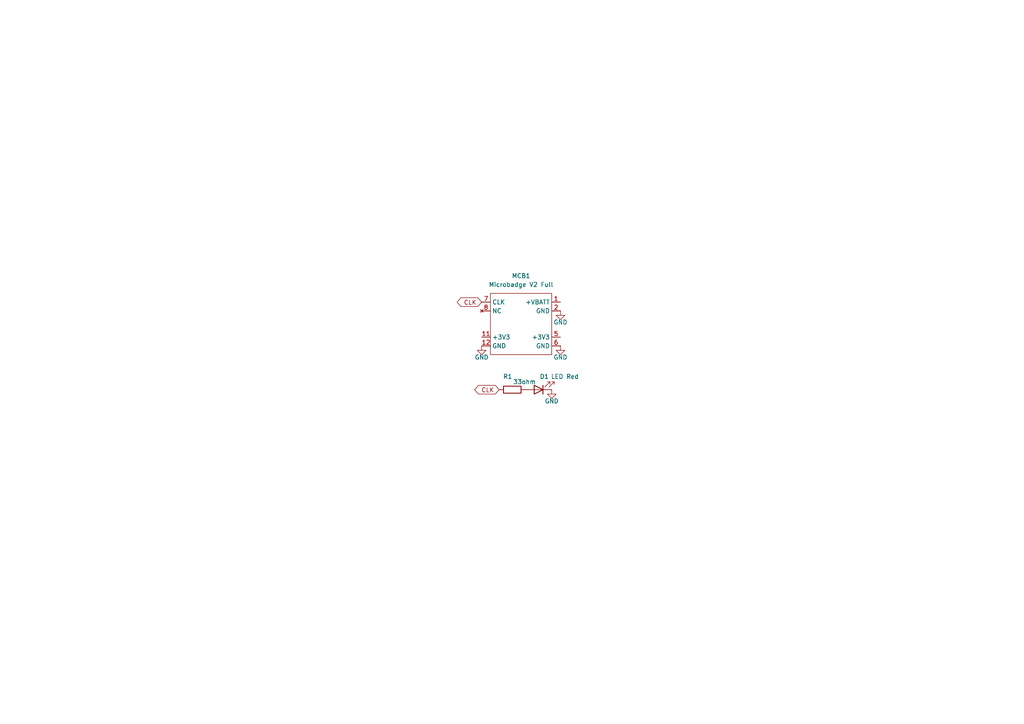
<source format=kicad_sch>
(kicad_sch (version 20250114) (generator "eeschema") (generator_version "9.0")
  (paper "A4")
  (lib_symbols
    (symbol "Device:LED" (pin_numbers (hide yes)) (pin_names (offset 1.016) (hide yes))
      (property "Reference" "D" (at 0 2.54 0))
      (property "Value" "LED" (at 0 -2.54 0))
      (symbol "LED_0_1"
        (polyline (pts (xy -3.048 -0.762) (xy -4.572 -2.286) (xy -3.81 -2.286) (xy -4.572 -2.286) (xy -4.572 -1.524)))
        (polyline (pts (xy -1.778 -0.762) (xy -3.302 -2.286) (xy -2.54 -2.286) (xy -3.302 -2.286) (xy -3.302 -1.524)))
        (polyline (pts (xy -1.27 0) (xy 1.27 0)))
        (polyline (pts (xy -1.27 -1.27) (xy -1.27 1.27)) (stroke (width 0.254)))
        (polyline (pts (xy 1.27 -1.27) (xy 1.27 1.27) (xy -1.27 0) (xy 1.27 -1.27)) (stroke (width 0.254)))
      )
      (symbol "LED_1_1"
        (pin passive line (at -3.81 0 0) (length 2.54) (name "K") (number "1"))
        (pin passive line (at 3.81 0 180) (length 2.54) (name "A") (number "2"))
      )
    )
    (symbol "Device:R" (pin_numbers (hide yes)) (pin_names (offset 0))
      (property "Reference" "R" (at 2.032 0 90))
      (property "Value" "R" (at 0 0 90))
      (symbol "R_0_1"
        (rectangle (start -1.016 -2.54) (end 1.016 2.54) (stroke (width 0.254)))
      )
      (symbol "R_1_1"
        (pin passive line (at 0 3.81 270) (length 1.27) (name "~") (number "1"))
        (pin passive line (at 0 -3.81 90) (length 1.27) (name "~") (number "2"))
      )
    )
    (symbol "Microbadge V2:Microbadge_V2_simple"
      (property "Reference" "MCB" (at 0 1.27 0))
      (property "Value" "Microbadge V2 Full" (at 0 -0.254 0))
      (symbol "Microbadge_V2_simple_0_1"
        (rectangle (start -8.89 8.89) (end 8.89 -8.89))
      )
      (symbol "Microbadge_V2_simple_1_1"
        (pin power_in line (at -6.35 11.43 270) (length 2.54) (name "+VBATT") (number "1"))
        (pin bidirectional line (at -6.35 -11.43 90) (length 2.54) (name "CLK") (number "7"))
        (pin power_out line (at -3.81 11.43 270) (length 2.54) (name "GND") (number "2"))
        (pin no_connect line (at -3.81 -11.43 90) (length 2.54) (name "NC") (number "8"))
        (pin power_in line (at 3.81 11.43 270) (length 2.54) (name "+3V3") (number "5"))
        (pin power_in line (at 3.81 -11.43 90) (length 2.54) (name "+3V3") (number "11"))
        (pin power_out line (at 6.35 11.43 270) (length 2.54) (name "GND") (number "6"))
        (pin power_out line (at 6.35 -11.43 90) (length 2.54) (name "GND") (number "12"))
      )
    )
    (symbol "power:GND" (power) (pin_numbers (hide yes)) (pin_names (offset 0) (hide yes))
      (property "Value" "GND" (at 0 -3.81 0))
      (symbol "GND_0_1"
        (polyline (pts (xy 0 0) (xy 0 -1.27) (xy 1.27 -1.27) (xy 0 -2.54) (xy -1.27 -1.27) (xy 0 -1.27)))
      )
      (symbol "GND_1_1"
        (pin power_in line (at 0 0 270) (length 0) (name "~") (number "1"))
      )
    )
  )
  (global_label "CLK" (shape bidirectional) (at 144.78 113.03 180) (property "Intersheetrefs" "${INTERSHEET_REFS}" (effects (hide yes))))
  (global_label "CLK" (shape bidirectional) (at 139.7 87.63 180) (property "Intersheetrefs" "${INTERSHEET_REFS}" (effects (hide yes))))
  (symbol (lib_id "power:GND") (at 160.02 113.03 0) (unit 1)
    (property "Reference" "#PWR04" (effects (hide yes)))
    (property "Value" "GND" (at 160.02 116.332 0))
    (property "Description" "Power symbol creates a global label with name \"GND\" , ground" (effects (hide yes)))
  )
  (symbol (lib_id "power:GND") (at 162.56 100.33 0) (unit 1)
    (property "Reference" "#PWR01" (effects (hide yes)))
    (property "Value" "GND" (at 162.56 103.632 0))
    (property "Description" "Power symbol creates a global label with name \"GND\" , ground" (effects (hide yes)))
  )
  (symbol (lib_id "power:GND") (at 162.56 90.17 0) (unit 1)
    (property "Reference" "#PWR03" (effects (hide yes)))
    (property "Value" "GND" (at 162.56 93.472 0))
    (property "Description" "Power symbol creates a global label with name \"GND\" , ground" (effects (hide yes)))
  )
  (symbol (lib_id "power:GND") (at 139.7 100.33 0) (unit 1)
    (property "Reference" "#PWR02" (effects (hide yes)))
    (property "Value" "GND" (at 139.7 103.632 0))
    (property "Description" "Power symbol creates a global label with name \"GND\" , ground" (effects (hide yes)))
  )
  (symbol (lib_id "Microbadge V2:Microbadge_V2_simple") (at 151.13 93.98 270) (unit 1) (in_bom no)
    (property "Reference" "MCB1" (at 151.13 80.01 90))
    (property "Value" "Microbadge V2 Full" (at 151.13 82.55 90))
    (property "Footprint" "Microbadge V2:Microbadge_V2_simple_round" (effects (hide yes)))
    (property "Description" "SAINTCON Microbadge V2" (effects (hide yes)))
  )
  (symbol (lib_id "Device:LED") (at 156.21 113.03 180) (unit 1)
    (property "Reference" "D1" (at 156.5274 109.22 0) (effects (justify right)))
    (property "Value" "LED Red" (at 159.766 109.22 0) (effects (justify right)))
    (property "Footprint" "LED_SMD:LED_0603_1608Metric" (effects (hide yes)))
    (property "Description" "Light emitting diode" (effects (hide yes)))
    (property "Sim.Pins" "1=K 2=A" (effects (hide yes)))
    (property "LCSC Part #" "C2286" (effects (hide yes)))
  )
  (symbol (lib_id "Device:R") (at 148.59 113.03 90) (unit 1)
    (property "Reference" "R1" (at 148.59 109.22 90) (effects (justify left)))
    (property "Value" "33ohm" (at 155.448 110.744 90) (effects (justify left)))
    (property "Footprint" "Resistor_SMD:R_0603_1608Metric" (effects (hide yes)))
    (property "Description" "Resistor" (effects (hide yes)))
    (property "LCSC Part #" "C23140" (effects (hide yes)))
  )
)
</source>
